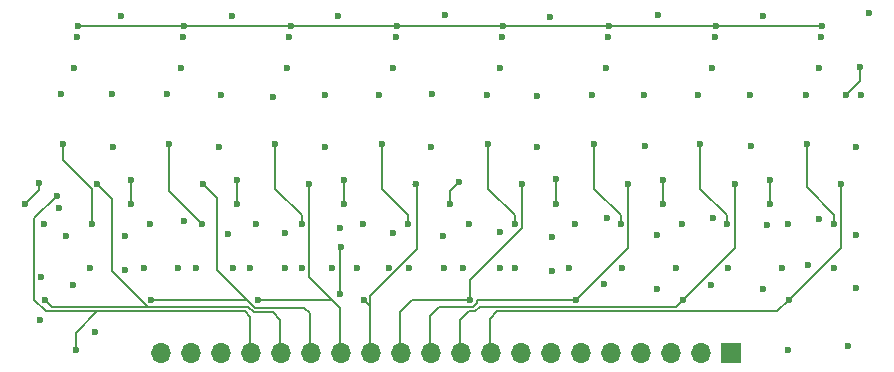
<source format=gbr>
%TF.GenerationSoftware,KiCad,Pcbnew,8.0.8*%
%TF.CreationDate,2025-09-05T20:33:19+02:00*%
%TF.ProjectId,REG8bit-SMD,52454738-6269-4742-9d53-4d442e6b6963,rev?*%
%TF.SameCoordinates,Original*%
%TF.FileFunction,Copper,L4,Bot*%
%TF.FilePolarity,Positive*%
%FSLAX46Y46*%
G04 Gerber Fmt 4.6, Leading zero omitted, Abs format (unit mm)*
G04 Created by KiCad (PCBNEW 8.0.8) date 2025-09-05 20:33:19*
%MOMM*%
%LPD*%
G01*
G04 APERTURE LIST*
%TA.AperFunction,ComponentPad*%
%ADD10R,1.700000X1.700000*%
%TD*%
%TA.AperFunction,ComponentPad*%
%ADD11O,1.700000X1.700000*%
%TD*%
%TA.AperFunction,ViaPad*%
%ADD12C,0.600000*%
%TD*%
%TA.AperFunction,Conductor*%
%ADD13C,0.200000*%
%TD*%
G04 APERTURE END LIST*
D10*
%TO.P,J1,1,Pin_1*%
%TO.N,Net-(J1-Pin_1)*%
X109725000Y-161625000D03*
D11*
%TO.P,J1,2,Pin_2*%
%TO.N,Net-(J1-Pin_2)*%
X107185000Y-161625000D03*
%TO.P,J1,3,Pin_3*%
%TO.N,Net-(J1-Pin_3)*%
X104645000Y-161625000D03*
%TO.P,J1,4,Pin_4*%
%TO.N,Net-(J1-Pin_4)*%
X102105000Y-161625000D03*
%TO.P,J1,5,Pin_5*%
%TO.N,Net-(J1-Pin_5)*%
X99565000Y-161625000D03*
%TO.P,J1,6,Pin_6*%
%TO.N,Net-(J1-Pin_6)*%
X97025000Y-161625000D03*
%TO.P,J1,7,Pin_7*%
%TO.N,Net-(J1-Pin_7)*%
X94485000Y-161625000D03*
%TO.P,J1,8,Pin_8*%
%TO.N,Net-(J1-Pin_8)*%
X91945000Y-161625000D03*
%TO.P,J1,9,Pin_9*%
%TO.N,Net-(J1-Pin_9)*%
X89405000Y-161625000D03*
%TO.P,J1,10,Pin_10*%
%TO.N,Net-(J1-Pin_10)*%
X86865000Y-161625000D03*
%TO.P,J1,11,Pin_11*%
%TO.N,Net-(J1-Pin_11)*%
X84325000Y-161625000D03*
%TO.P,J1,12,Pin_12*%
%TO.N,Net-(J1-Pin_12)*%
X81785000Y-161625000D03*
%TO.P,J1,13,Pin_13*%
%TO.N,Net-(J1-Pin_13)*%
X79245000Y-161625000D03*
%TO.P,J1,14,Pin_14*%
%TO.N,Net-(J1-Pin_14)*%
X76705000Y-161625000D03*
%TO.P,J1,15,Pin_15*%
%TO.N,Net-(J1-Pin_15)*%
X74165000Y-161625000D03*
%TO.P,J1,16,Pin_16*%
%TO.N,Net-(J1-Pin_16)*%
X71625000Y-161625000D03*
%TO.P,J1,17,Pin_17*%
%TO.N,/EN*%
X69085000Y-161625000D03*
%TO.P,J1,18,Pin_18*%
%TO.N,/RST*%
X66545000Y-161625000D03*
%TO.P,J1,19,Pin_19*%
%TO.N,Earth*%
X64005000Y-161625000D03*
%TO.P,J1,20,Pin_20*%
%TO.N,VCC*%
X61465000Y-161625000D03*
%TD*%
D12*
%TO.N,Earth*%
X121400000Y-132800000D03*
X112400000Y-133100000D03*
X103500000Y-133000000D03*
X94400000Y-133200000D03*
X85500000Y-133000000D03*
X76400000Y-133100000D03*
X67400000Y-133100000D03*
X58000000Y-133100000D03*
X51200000Y-158800000D03*
X116200000Y-154200000D03*
X112400000Y-156200000D03*
X108000000Y-155900000D03*
X103400000Y-156200000D03*
X98900000Y-155800000D03*
X94500000Y-154700000D03*
X90100000Y-154400000D03*
X85400000Y-154400000D03*
X80702943Y-154400000D03*
X75900000Y-154400000D03*
X71900000Y-154400000D03*
X67500000Y-154400000D03*
X62900000Y-154400000D03*
X58400000Y-154600000D03*
X54000000Y-155900000D03*
X112700000Y-150800000D03*
X108200000Y-150200000D03*
X103400000Y-151600000D03*
X99200000Y-150200000D03*
X94500000Y-151800000D03*
X90100000Y-151400000D03*
X85300000Y-151700000D03*
X81100000Y-151450000D03*
X76600000Y-151000000D03*
X71968808Y-151440552D03*
X67100000Y-151500000D03*
X63400000Y-150400000D03*
X58400000Y-151700000D03*
X53400000Y-151700000D03*
X61900000Y-139700000D03*
X53000000Y-139700000D03*
X57300000Y-139700000D03*
X57400000Y-144200000D03*
X66300000Y-144200000D03*
X75300000Y-144200000D03*
X84300000Y-144200000D03*
X93300000Y-144200000D03*
X102400000Y-144100000D03*
X111400000Y-144100000D03*
X120300000Y-144200000D03*
X120700000Y-139800000D03*
X116000000Y-139800000D03*
X111300000Y-139800000D03*
X106900000Y-139800000D03*
X102300000Y-139800000D03*
X97900000Y-139800000D03*
X93237500Y-139837500D03*
X89000000Y-139800000D03*
X84400000Y-139700000D03*
X79900000Y-139800000D03*
X75300000Y-139800000D03*
X70900000Y-139900000D03*
X66500000Y-139800000D03*
%TO.N,Net-(Q10-D)*%
X49900000Y-149000000D03*
X51100000Y-147200000D03*
%TO.N,Net-(Q19-G)*%
X58900000Y-147000000D03*
X58900000Y-148990000D03*
%TO.N,Net-(Q29-G)*%
X67900000Y-147000000D03*
X67900000Y-148990000D03*
%TO.N,Net-(Q39-G)*%
X76900000Y-147000000D03*
X76900000Y-148990000D03*
%TO.N,Net-(Q49-G)*%
X86700000Y-147100000D03*
X85900000Y-148990000D03*
%TO.N,Net-(Q59-G)*%
X94900000Y-146900000D03*
X94900000Y-148990000D03*
%TO.N,Net-(Q69-G)*%
X103940000Y-147000000D03*
X103940000Y-148990000D03*
%TO.N,Net-(Q78-S)*%
X120600000Y-137400000D03*
X119400000Y-139800000D03*
%TO.N,Earth*%
X120300000Y-151600000D03*
X120300000Y-156100000D03*
X119600000Y-161000000D03*
X114550000Y-161350000D03*
%TO.N,/RST*%
X76700000Y-152650000D03*
X76600000Y-156600000D03*
%TO.N,Net-(Q74-D)*%
X116100000Y-143900000D03*
%TO.N,Net-(Q64-D)*%
X107100000Y-143900000D03*
%TO.N,Net-(Q54-D)*%
X98100000Y-143900000D03*
%TO.N,Net-(Q44-D)*%
X89100000Y-143900000D03*
%TO.N,Net-(Q34-D)*%
X80100000Y-143900000D03*
%TO.N,Net-(Q24-D)*%
X71100000Y-143900000D03*
%TO.N,Net-(Q14-D)*%
X62100000Y-143900000D03*
%TO.N,Net-(Q4-D)*%
X53100000Y-143900000D03*
%TO.N,VCC*%
X52800000Y-149300000D03*
X55800000Y-159800000D03*
%TO.N,/EN*%
X52600000Y-148300000D03*
X54200000Y-161400000D03*
%TO.N,Net-(Q2-D)*%
X51504724Y-150704724D03*
%TO.N,Net-(Q4-D)*%
X55600000Y-150700000D03*
%TO.N,Net-(Q12-D)*%
X60504724Y-150704724D03*
%TO.N,Net-(Q14-D)*%
X64904724Y-150704724D03*
%TO.N,Net-(Q22-D)*%
X69504724Y-150704724D03*
%TO.N,Net-(Q24-D)*%
X73362500Y-150700000D03*
%TO.N,Net-(Q32-D)*%
X78504724Y-150704724D03*
%TO.N,Net-(Q34-D)*%
X82362500Y-150700000D03*
%TO.N,Net-(Q42-D)*%
X87504724Y-150704724D03*
%TO.N,Net-(Q44-D)*%
X91362500Y-150700000D03*
%TO.N,Net-(Q52-D)*%
X96504724Y-150704724D03*
%TO.N,Net-(Q54-D)*%
X100362500Y-150700000D03*
%TO.N,Net-(Q62-D)*%
X105504724Y-150704724D03*
%TO.N,Net-(Q64-D)*%
X109362500Y-150700000D03*
%TO.N,Net-(Q74-D)*%
X118400000Y-150700000D03*
%TO.N,Net-(Q72-D)*%
X114500000Y-150700000D03*
X114000000Y-154400000D03*
%TO.N,Net-(Q54-D)*%
X100500000Y-154400000D03*
%TO.N,Net-(Q44-D)*%
X91400000Y-154400000D03*
%TO.N,Net-(Q34-D)*%
X82400000Y-154400000D03*
%TO.N,Net-(Q24-D)*%
X73400000Y-154400000D03*
%TO.N,Net-(Q2-D)*%
X51300000Y-155200000D03*
%TO.N,Net-(Q4-D)*%
X55400000Y-154400000D03*
%TO.N,Net-(Q14-D)*%
X64400000Y-154400000D03*
%TO.N,Net-(Q12-D)*%
X60000000Y-154400000D03*
%TO.N,Net-(Q22-D)*%
X69000000Y-154400000D03*
%TO.N,Net-(Q32-D)*%
X78000000Y-154400000D03*
%TO.N,Net-(Q42-D)*%
X87000000Y-154400000D03*
%TO.N,Net-(Q52-D)*%
X96000000Y-154400000D03*
%TO.N,Net-(Q62-D)*%
X105000000Y-154400000D03*
%TO.N,Net-(Q64-D)*%
X109400000Y-154400000D03*
%TO.N,Net-(Q74-D)*%
X118400000Y-154400000D03*
%TO.N,VCC*%
X54400000Y-133900000D03*
X63400000Y-133900000D03*
X72400000Y-133900000D03*
X81400000Y-133900000D03*
X90400000Y-133900000D03*
X99400000Y-133900000D03*
X108400000Y-133900000D03*
X117400000Y-133900000D03*
%TO.N,Net-(J1-Pin_8)*%
X54300000Y-134880000D03*
X54100000Y-137500000D03*
%TO.N,Net-(J1-Pin_7)*%
X63300000Y-134880000D03*
X63100000Y-137500000D03*
%TO.N,Net-(J1-Pin_6)*%
X72300000Y-134900000D03*
X72100000Y-137500000D03*
%TO.N,Net-(J1-Pin_5)*%
X81300000Y-134900000D03*
X81100000Y-137500000D03*
%TO.N,Net-(J1-Pin_4)*%
X90300000Y-134880000D03*
X90100000Y-137500000D03*
%TO.N,Net-(J1-Pin_3)*%
X99300000Y-134880000D03*
X99100000Y-137500000D03*
%TO.N,Net-(J1-Pin_2)*%
X108300000Y-134880000D03*
X108100000Y-137500000D03*
%TO.N,Net-(J1-Pin_1)*%
X117300000Y-134880000D03*
X117100000Y-137500000D03*
%TO.N,Net-(J1-Pin_16)*%
X56000000Y-147300000D03*
X51600000Y-157100000D03*
%TO.N,Net-(J1-Pin_15)*%
X65000000Y-147300000D03*
X60600000Y-157100000D03*
%TO.N,Net-(J1-Pin_14)*%
X74000000Y-147300000D03*
X69600000Y-157100000D03*
%TO.N,Net-(J1-Pin_13)*%
X83000000Y-147300000D03*
X78600000Y-157100000D03*
%TO.N,Net-(J1-Pin_12)*%
X92000000Y-147300000D03*
X87600000Y-157100000D03*
%TO.N,Net-(J1-Pin_9)*%
X119000000Y-147300000D03*
X114600000Y-157100000D03*
%TO.N,Net-(J1-Pin_10)*%
X105600000Y-157100000D03*
%TO.N,Net-(J1-Pin_11)*%
X101000000Y-147300000D03*
X96600000Y-157100000D03*
%TO.N,Net-(J1-Pin_10)*%
X110000000Y-147300000D03*
%TO.N,Earth*%
X117100000Y-150300000D03*
%TO.N,Net-(Q79-G)*%
X113000000Y-148990000D03*
X113000000Y-147000000D03*
%TD*%
D13*
%TO.N,Net-(Q49-G)*%
X85900000Y-147900000D02*
X85900000Y-148990000D01*
X86700000Y-147100000D02*
X85900000Y-147900000D01*
%TO.N,Net-(Q10-D)*%
X49900000Y-149000000D02*
X51100000Y-147800000D01*
X51100000Y-147800000D02*
X51100000Y-147200000D01*
%TO.N,Net-(Q19-G)*%
X58900000Y-148990000D02*
X58900000Y-147000000D01*
%TO.N,Net-(Q29-G)*%
X67900000Y-148990000D02*
X67900000Y-147000000D01*
%TO.N,Net-(Q39-G)*%
X76900000Y-148990000D02*
X76900000Y-147000000D01*
%TO.N,Net-(Q59-G)*%
X94900000Y-148990000D02*
X94900000Y-146900000D01*
%TO.N,Net-(Q69-G)*%
X103940000Y-148990000D02*
X103940000Y-147000000D01*
%TO.N,Net-(Q78-S)*%
X119400000Y-139800000D02*
X120600000Y-138600000D01*
X120600000Y-138600000D02*
X120600000Y-137400000D01*
%TO.N,/RST*%
X76600000Y-152750000D02*
X76700000Y-152650000D01*
X76600000Y-156600000D02*
X76600000Y-152750000D01*
%TO.N,/EN*%
X54200000Y-159900000D02*
X56000000Y-158100000D01*
X54200000Y-161400000D02*
X54200000Y-159900000D01*
X56000000Y-158100000D02*
X51700000Y-158100000D01*
X68500000Y-158100000D02*
X56000000Y-158100000D01*
%TO.N,Net-(J1-Pin_9)*%
X89300000Y-158700000D02*
X89900000Y-158100000D01*
X89300000Y-161900000D02*
X89300000Y-158700000D01*
X89900000Y-158100000D02*
X113600000Y-158100000D01*
X113600000Y-158100000D02*
X114600000Y-157100000D01*
%TO.N,/EN*%
X68980000Y-158580000D02*
X68500000Y-158100000D01*
X68980000Y-161900000D02*
X68980000Y-158580000D01*
%TO.N,Net-(J1-Pin_16)*%
X68785786Y-157700000D02*
X65800000Y-157700000D01*
X70874264Y-158174264D02*
X69260050Y-158174264D01*
X71520000Y-158820000D02*
X70874264Y-158174264D01*
X71520000Y-161900000D02*
X71520000Y-158820000D01*
X69260050Y-158174264D02*
X68785786Y-157700000D01*
%TO.N,Net-(J1-Pin_10)*%
X105000000Y-157700000D02*
X105600000Y-157100000D01*
X88414215Y-157700000D02*
X105000000Y-157700000D01*
X86760000Y-158840000D02*
X87500000Y-158100000D01*
X87500000Y-158100000D02*
X88014215Y-158100000D01*
X86760000Y-161900000D02*
X86760000Y-158840000D01*
X88014215Y-158100000D02*
X88414215Y-157700000D01*
%TO.N,Net-(J1-Pin_11)*%
X88200000Y-157100000D02*
X96600000Y-157100000D01*
X88200000Y-157348529D02*
X88200000Y-157100000D01*
X85000000Y-157700000D02*
X87848529Y-157700000D01*
X84220000Y-161900000D02*
X84220000Y-158480000D01*
X84220000Y-158480000D02*
X85000000Y-157700000D01*
X87848529Y-157700000D02*
X88200000Y-157348529D01*
%TO.N,Net-(J1-Pin_12)*%
X81680000Y-158120000D02*
X82700000Y-157100000D01*
X82700000Y-157100000D02*
X87600000Y-157100000D01*
X81680000Y-161900000D02*
X81680000Y-158120000D01*
%TO.N,Net-(J1-Pin_15)*%
X73574264Y-157774264D02*
X69425736Y-157774264D01*
X74060000Y-158260000D02*
X73574264Y-157774264D01*
X74060000Y-161900000D02*
X74060000Y-158260000D01*
%TO.N,Net-(J1-Pin_14)*%
X74000000Y-155200000D02*
X75900000Y-157100000D01*
X74000000Y-147300000D02*
X74000000Y-155200000D01*
X75900000Y-157100000D02*
X69600000Y-157100000D01*
X76600000Y-157800000D02*
X75900000Y-157100000D01*
X76600000Y-161900000D02*
X76600000Y-157800000D01*
%TO.N,/EN*%
X50700000Y-157100000D02*
X51700000Y-158100000D01*
%TO.N,Net-(J1-Pin_16)*%
X60351471Y-157700000D02*
X65800000Y-157700000D01*
X57300000Y-154648529D02*
X60351471Y-157700000D01*
X57300000Y-148600000D02*
X57300000Y-154648529D01*
X56000000Y-147300000D02*
X57300000Y-148600000D01*
%TO.N,Net-(Q24-D)*%
X73362500Y-149962500D02*
X71100000Y-147700000D01*
X73362500Y-150700000D02*
X73362500Y-149962500D01*
X71100000Y-147700000D02*
X71100000Y-143900000D01*
%TO.N,Net-(Q34-D)*%
X80100000Y-147700000D02*
X80100000Y-143900000D01*
X82362500Y-149962500D02*
X80100000Y-147700000D01*
X82362500Y-150700000D02*
X82362500Y-149962500D01*
%TO.N,Net-(Q44-D)*%
X89100000Y-147700000D02*
X89100000Y-143900000D01*
X91362500Y-149962500D02*
X89100000Y-147700000D01*
X91362500Y-150700000D02*
X91362500Y-149962500D01*
%TO.N,Net-(Q54-D)*%
X98100000Y-147700000D02*
X98100000Y-143900000D01*
X100362500Y-149962500D02*
X98100000Y-147700000D01*
X100362500Y-150700000D02*
X100362500Y-149962500D01*
%TO.N,Net-(Q64-D)*%
X107100000Y-147700000D02*
X107100000Y-143900000D01*
X109362500Y-149962500D02*
X107100000Y-147700000D01*
X109362500Y-150700000D02*
X109362500Y-149962500D01*
%TO.N,Net-(Q74-D)*%
X116100000Y-147600000D02*
X116100000Y-143900000D01*
X118400000Y-149900000D02*
X116100000Y-147600000D01*
X118400000Y-150700000D02*
X118400000Y-149900000D01*
%TO.N,Net-(J1-Pin_13)*%
X79140000Y-156811471D02*
X79140000Y-157640000D01*
X83100000Y-147600000D02*
X83100000Y-152851471D01*
X83100000Y-152851471D02*
X79140000Y-156811471D01*
X82800000Y-147300000D02*
X83100000Y-147600000D01*
X83000000Y-147300000D02*
X82800000Y-147300000D01*
%TO.N,Net-(Q14-D)*%
X62100000Y-147900000D02*
X62100000Y-143900000D01*
X64904724Y-150704724D02*
X62100000Y-147900000D01*
%TO.N,Net-(Q4-D)*%
X53100000Y-145248529D02*
X53100000Y-143900000D01*
X55600000Y-147748529D02*
X53100000Y-145248529D01*
X55600000Y-150700000D02*
X55600000Y-147748529D01*
%TO.N,/EN*%
X50700000Y-150200000D02*
X50700000Y-157100000D01*
X52600000Y-148300000D02*
X50700000Y-150200000D01*
%TO.N,Net-(J1-Pin_15)*%
X66200000Y-148500000D02*
X66200000Y-154548528D01*
X66200000Y-154548528D02*
X69425736Y-157774264D01*
X65000000Y-147300000D02*
X66200000Y-148500000D01*
%TO.N,Net-(J1-Pin_12)*%
X92000000Y-151000000D02*
X92000000Y-147300000D01*
X87600000Y-155400000D02*
X92000000Y-151000000D01*
X87600000Y-157100000D02*
X87600000Y-155400000D01*
%TO.N,VCC*%
X63400000Y-133900000D02*
X54400000Y-133900000D01*
X72400000Y-133900000D02*
X63400000Y-133900000D01*
X81400000Y-133900000D02*
X72400000Y-133900000D01*
X90400000Y-133900000D02*
X81400000Y-133900000D01*
X99400000Y-133900000D02*
X90400000Y-133900000D01*
X108400000Y-133900000D02*
X99400000Y-133900000D01*
X117400000Y-133900000D02*
X108400000Y-133900000D01*
%TO.N,Net-(J1-Pin_16)*%
X65800000Y-157700000D02*
X52200000Y-157700000D01*
X52200000Y-157700000D02*
X51600000Y-157100000D01*
%TO.N,Net-(J1-Pin_15)*%
X69425736Y-157774264D02*
X68751471Y-157100000D01*
X68751471Y-157100000D02*
X60600000Y-157100000D01*
%TO.N,Net-(J1-Pin_13)*%
X79140000Y-157640000D02*
X78600000Y-157100000D01*
X79140000Y-161900000D02*
X79140000Y-157640000D01*
%TO.N,Net-(J1-Pin_9)*%
X119000000Y-152700000D02*
X119000000Y-147300000D01*
X114600000Y-157100000D02*
X119000000Y-152700000D01*
%TO.N,Net-(J1-Pin_10)*%
X110000000Y-152700000D02*
X110000000Y-147300000D01*
X105600000Y-157100000D02*
X110000000Y-152700000D01*
%TO.N,Net-(J1-Pin_11)*%
X101000000Y-152700000D02*
X101000000Y-147300000D01*
X96600000Y-157100000D02*
X101000000Y-152700000D01*
%TO.N,Net-(Q79-G)*%
X113000000Y-148990000D02*
X113000000Y-147000000D01*
%TD*%
M02*

</source>
